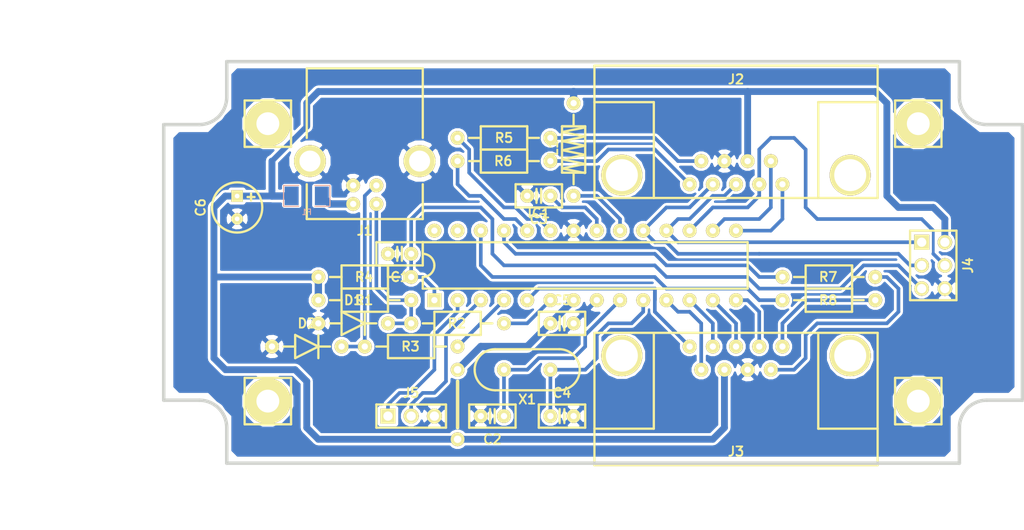
<source format=kicad_pcb>
(kicad_pcb (version 20240108) (generator "pcbnew") (generator_version "8.0")
  (title_block (title "C64 Dual Joystick Adapter USB") (date "2025-01-02") (rev "1") (company "irqmask"))
  (layers (0 "F.Cu" signal "Vorderseite") (31 "B.Cu" signal "Rückseite") (34 "B.Paste" user) (35 "F.Paste" user) (36 "B.SilkS" user "B.Silkscreen") (37 "F.SilkS" user "F.Silkscreen") (38 "B.Mask" user) (39 "F.Mask" user) (44 "Edge.Cuts" user))
  (net 0 "")
  (net 1 "+5V")
  (net 2 "/D+")
  (net 3 "/D-")
  (net 4 "/MISO")
  (net 5 "/MOSI")
  (net 6 "/RESET")
  (net 7 "/SCK")
  (net 8 "/USB+5V")
  (net 9 "/USB_D+")
  (net 10 "/USB_D-")
  (net 11 "/down2")
  (net 12 "/fire1")
  (net 13 "/fire2")
  (net 14 "/left2")
  (net 15 "/potx1")
  (net 16 "/potx2")
  (net 17 "/poty1")
  (net 18 "/poty2")
  (net 19 "/right2")
  (net 20 "/up1")
  (net 21 "/up2")
  (net 22 "GND")
  (net 23 "N-0000011")
  (net 24 "N-0000014")
  (net 25 "N-0000018")
  (net 26 "N-0000020")
  (net 27 "N-0000021")
  (net 28 "N-0000022")
  (net 29 "N-0000027")
  (net 30 "N-0000030")
  (net 31 "N-0000038")
  (net 32 "N-000009")
  (footprint "R400" (layer "F.Cu") (at 128.27 86.36)
    (property "Reference" "R5" (at 5.08 0 0) (layer "F.SilkS") (effects (font (size 1.016 1.016) (thickness 0.2032))))
    (property "Value" "100" (hide yes))
    (pad "1" thru_hole circle (at 0 0) (size 1.524 1.524) (drill 0.6858) (layers "*.Cu" "*.Mask" "F.SilkS") (net 32 "N-000009"))
    (pad "2" thru_hole circle (at 10.16 0) (size 1.524 1.524) (drill 0.6858) (layers "*.Cu" "*.Mask" "F.SilkS") (net 15 "/potx1"))
  )
  (footprint "R400" (layer "F.Cu") (at 113.03 101.6)
    (property "Reference" "R4" (at 5.00126 0 0) (layer "F.SilkS") (effects (font (size 1.016 1.016) (thickness 0.2032))))
    (property "Value" "10k" (hide yes))
    (pad "1" thru_hole circle (at 0 0) (size 1.524 1.524) (drill 0.6858) (layers "*.Cu" "*.Mask" "F.SilkS") (net 1 "+5V"))
    (pad "2" thru_hole circle (at 10.16 0) (size 1.524 1.524) (drill 0.6858) (layers "*.Cu" "*.Mask" "F.SilkS") (net 6 "/RESET"))
  )
  (footprint "R400" (layer "F.Cu") (at 118.11 109.22)
    (property "Reference" "R3" (at 5.00126 0 0) (layer "F.SilkS") (effects (font (size 1.016 1.016) (thickness 0.2032))))
    (property "Value" "68" (hide yes))
    (pad "1" thru_hole circle (at 0 0) (size 1.524 1.524) (drill 0.6858) (layers "*.Cu" "*.Mask" "F.SilkS") (net 9 "/USB_D+"))
    (pad "2" thru_hole circle (at 10.16 0) (size 1.524 1.524) (drill 0.6858) (layers "*.Cu" "*.Mask" "F.SilkS") (net 2 "/D+"))
  )
  (footprint "R400" (layer "F.Cu") (at 123.19 106.68)
    (property "Reference" "R2" (at 5.00126 0 0) (layer "F.SilkS") (effects (font (size 1.016 1.016) (thickness 0.2032))))
    (property "Value" "68" (hide yes))
    (pad "1" thru_hole circle (at 0 0) (size 1.524 1.524) (drill 0.6858) (layers "*.Cu" "*.Mask" "F.SilkS") (net 10 "/USB_D-"))
    (pad "2" thru_hole circle (at 10.16 0) (size 1.524 1.524) (drill 0.6858) (layers "*.Cu" "*.Mask" "F.SilkS") (net 3 "/D-"))
  )
  (footprint "R400" (layer "F.Cu") (at 113.03 104.14)
    (property "Reference" "R1" (at 5.00126 0 0) (layer "F.SilkS") (effects (font (size 1.016 1.016) (thickness 0.2032))))
    (property "Value" "1k5" (hide yes))
    (pad "1" thru_hole circle (at 0 0) (size 1.524 1.524) (drill 0.6858) (layers "*.Cu" "*.Mask" "F.SilkS") (net 1 "+5V"))
    (pad "2" thru_hole circle (at 10.16 0) (size 1.524 1.524) (drill 0.6858) (layers "*.Cu" "*.Mask" "F.SilkS") (net 10 "/USB_D-"))
  )
  (footprint "R400" (layer "F.Cu") (at 163.83 101.6)
    (property "Reference" "R7" (at 5.00126 0 0) (layer "F.SilkS") (effects (font (size 1.016 1.016) (thickness 0.2032))))
    (property "Value" "100" (hide yes))
    (pad "1" thru_hole circle (at 0 0) (size 1.524 1.524) (drill 0.6858) (layers "*.Cu" "*.Mask" "F.SilkS") (net 29 "N-0000027"))
    (pad "2" thru_hole circle (at 10.16 0) (size 1.524 1.524) (drill 0.6858) (layers "*.Cu" "*.Mask" "F.SilkS") (net 16 "/potx2"))
  )
  (footprint "R400" (layer "F.Cu") (at 128.27 88.9)
    (property "Reference" "R6" (at 5.00126 0 0) (layer "F.SilkS") (effects (font (size 1.016 1.016) (thickness 0.2032))))
    (property "Value" "100" (hide yes))
    (pad "1" thru_hole circle (at 0 0) (size 1.524 1.524) (drill 0.6858) (layers "*.Cu" "*.Mask" "F.SilkS") (net 24 "N-0000014"))
    (pad "2" thru_hole circle (at 10.16 0) (size 1.524 1.524) (drill 0.6858) (layers "*.Cu" "*.Mask" "F.SilkS") (net 17 "/poty1"))
  )
  (footprint "HEADER_3x2" (layer "F.Cu") (at 179.07 97.79 -90)
    (property "Reference" "J4" (at 2.54 -5.08 -90) (layer "F.SilkS") (effects (font (size 1.016 1.016) (thickness 0.2032))))
    (property "Value" "CONN_3X2" (hide yes))
    (pad "1" thru_hole rect (at 0 0 270) (size 1.651 1.651) (drill 1.016) (layers "*.Cu" "*.Mask" "F.SilkS") (net 4 "/MISO"))
    (pad "2" thru_hole circle (at 0 -2.54 270) (size 1.6002 1.6002) (drill 1.016) (layers "*.Cu" "*.Mask" "F.SilkS") (net 1 "+5V"))
    (pad "3" thru_hole circle (at 2.54 0 270) (size 1.6002 1.6002) (drill 1.016) (layers "*.Cu" "*.Mask" "F.SilkS") (net 7 "/SCK"))
    (pad "4" thru_hole circle (at 2.54 -2.54 270) (size 1.6002 1.6002) (drill 1.016) (layers "*.Cu" "*.Mask" "F.SilkS") (net 5 "/MOSI"))
    (pad "5" thru_hole circle (at 5.08 0 270) (size 1.6002 1.6002) (drill 1.016) (layers "*.Cu" "*.Mask" "F.SilkS") (net 6 "/RESET"))
    (pad "6" thru_hole circle (at 5.08 -2.54 270) (size 1.6002 1.6002) (drill 1.016) (layers "*.Cu" "*.Mask" "F.SilkS") (net 22 "GND"))
  )
  (footprint "D300" (layer "F.Cu") (at 113.03 106.68)
    (property "Reference" "D1" (at 3.81 -2.54 0) (layer "F.SilkS") (effects (font (size 1.016 1.016) (thickness 0.2032))))
    (property "Value" "3,6V" (hide yes))
    (pad "1" thru_hole circle (at 0 0) (size 1.524 1.524) (drill 0.6858) (layers "*.Cu" "*.Mask" "F.SilkS") (net 22 "GND"))
    (pad "2" thru_hole circle (at 7.62 0) (size 1.524 1.524) (drill 0.6858) (layers "*.Cu" "*.Mask" "F.SilkS") (net 10 "/USB_D-"))
  )
  (footprint "D300" (layer "F.Cu") (at 107.95 109.22)
    (property "Reference" "D2" (at 3.81 -2.54 0) (layer "F.SilkS") (effects (font (size 1.016 1.016) (thickness 0.2032))))
    (property "Value" "3,6V" (hide yes))
    (pad "1" thru_hole circle (at 0 0) (size 1.524 1.524) (drill 0.6858) (layers "*.Cu" "*.Mask" "F.SilkS") (net 22 "GND"))
    (pad "2" thru_hole circle (at 7.62 0) (size 1.524 1.524) (drill 0.6858) (layers "*.Cu" "*.Mask" "F.SilkS") (net 9 "/USB_D+"))
  )
  (footprint "cp_r_2.5_5.5" (layer "F.Cu") (at 104.14 93.98 -90)
    (property "Reference" "C6" (at 0 4.0005 -90) (layer "F.SilkS") (effects (font (size 1.016 1.016) (thickness 0.2032))))
    (property "Value" "10µF" (hide yes))
    (pad "1" thru_hole rect (at -1.24968 0 270) (size 1.27 1.27) (drill 0.508) (layers "*.Cu" "*.Mask" "F.SilkS") (net 1 "+5V"))
    (pad "2" thru_hole circle (at 1.24968 0 270) (size 1.27 1.27) (drill 0.508) (layers "*.Cu" "*.Mask" "F.SilkS") (net 22 "GND"))
  )
  (footprint "C100" (layer "F.Cu") (at 123.19 99.06 180)
    (property "Reference" "C1" (at 1.27 -2.54 180) (layer "F.SilkS") (effects (font (size 1.016 1.016) (thickness 0.2032))))
    (property "Value" "100nF" (hide yes))
    (pad "1" thru_hole circle (at 0 0 180) (size 1.524 1.524) (drill 0.6858) (layers "*.Cu" "*.Mask" "F.SilkS") (net 6 "/RESET"))
    (pad "2" thru_hole circle (at 2.54 0 180) (size 1.524 1.524) (drill 0.6858) (layers "*.Cu" "*.Mask" "F.SilkS") (net 22 "GND"))
  )
  (footprint "C100" (layer "F.Cu") (at 138.43 106.68)
    (property "Reference" "C5" (at 1.27 -2.54 0) (layer "F.SilkS") (effects (font (size 1.016 1.016) (thickness 0.2032))))
    (property "Value" "100nF" (hide yes))
    (pad "1" thru_hole circle (at 0 0) (size 1.524 1.524) (drill 0.6858) (layers "*.Cu" "*.Mask" "F.SilkS") (net 1 "+5V"))
    (pad "2" thru_hole circle (at 2.54 0) (size 1.524 1.524) (drill 0.6858) (layers "*.Cu" "*.Mask" "F.SilkS") (net 22 "GND"))
  )
  (footprint "C100" (layer "F.Cu") (at 138.43 116.84)
    (property "Reference" "C4" (at 1.27 -2.54 0) (layer "F.SilkS") (effects (font (size 1.016 1.016) (thickness 0.2032))))
    (property "Value" "27pF" (hide yes))
    (pad "1" thru_hole circle (at 0 0) (size 1.524 1.524) (drill 0.6858) (layers "*.Cu" "*.Mask" "F.SilkS") (net 26 "N-0000020"))
    (pad "2" thru_hole circle (at 2.54 0) (size 1.524 1.524) (drill 0.6858) (layers "*.Cu" "*.Mask" "F.SilkS") (net 22 "GND"))
  )
  (footprint "C100" (layer "F.Cu") (at 138.43 92.71 180)
    (property "Reference" "C3" (at 1.27 -2.54 180) (layer "F.SilkS") (effects (font (size 1.016 1.016) (thickness 0.2032))))
    (property "Value" "100nF" (hide yes))
    (pad "1" thru_hole circle (at 0 0 180) (size 1.524 1.524) (drill 0.6858) (layers "*.Cu" "*.Mask" "F.SilkS") (net 25 "N-0000018"))
    (pad "2" thru_hole circle (at 2.54 0 180) (size 1.524 1.524) (drill 0.6858) (layers "*.Cu" "*.Mask" "F.SilkS") (net 22 "GND"))
  )
  (footprint "C100" (layer "F.Cu") (at 133.35 116.84 180)
    (property "Reference" "C2" (at 1.27 -2.54 180) (layer "F.SilkS") (effects (font (size 1.016 1.016) (thickness 0.2032))))
    (property "Value" "27pF" (hide yes))
    (pad "1" thru_hole circle (at 0 0 180) (size 1.524 1.524) (drill 0.6858) (layers "*.Cu" "*.Mask" "F.SilkS") (net 30 "N-0000030"))
    (pad "2" thru_hole circle (at 2.54 0 180) (size 1.524 1.524) (drill 0.6858) (layers "*.Cu" "*.Mask" "F.SilkS") (net 22 "GND"))
  )
  (footprint "L400" (layer "F.Cu") (at 140.97 92.71 90)
    (property "Reference" "L1" (at 5.25018 -2.25044 90) (layer "F.SilkS") (effects (font (size 1.016 1.016) (thickness 0.2032))))
    (property "Value" "L" (hide yes))
    (pad "1" thru_hole circle (at 0 0 90) (size 1.524 1.524) (drill 0.6858) (layers "*.Cu" "*.Mask" "F.SilkS") (net 31 "N-0000038"))
    (pad "2" thru_hole circle (at 10.16 0 90) (size 1.524 1.524) (drill 0.6858) (layers "*.Cu" "*.Mask" "F.SilkS") (net 1 "+5V"))
  )
  (footprint "DIP28" (layer "F.Cu") (at 125.73 104.14)
    (property "Reference" "IC1" (at 11.43 -9.525 0) (layer "F.SilkS") (effects (font (size 1.016 1.016) (thickness 0.2032))))
    (property "Value" "ATMEGA8-P" (hide yes))
    (pad "1" thru_hole rect (at 0 0) (size 1.524 1.524) (drill 0.6858) (layers "*.Cu" "*.Mask" "F.SilkS") (net 6 "/RESET"))
    (pad "2" thru_hole circle (at 2.54 0) (size 1.524 1.524) (drill 0.6858) (layers "*.Cu" "*.Mask" "F.SilkS") (net 27 "N-0000021"))
    (pad "3" thru_hole circle (at 5.08 0) (size 1.524 1.524) (drill 0.6858) (layers "*.Cu" "*.Mask" "F.SilkS") (net 28 "N-0000022"))
    (pad "4" thru_hole circle (at 7.62 0) (size 1.524 1.524) (drill 0.6858) (layers "*.Cu" "*.Mask" "F.SilkS") (net 2 "/D+"))
    (pad "5" thru_hole circle (at 10.16 0) (size 1.524 1.524) (drill 0.6858) (layers "*.Cu" "*.Mask" "F.SilkS") (net 21 "/up2"))
    (pad "6" thru_hole circle (at 12.7 0) (size 1.524 1.524) (drill 0.6858) (layers "*.Cu" "*.Mask" "F.SilkS") (net 3 "/D-"))
    (pad "7" thru_hole circle (at 15.24 0) (size 1.524 1.524) (drill 0.6858) (layers "*.Cu" "*.Mask" "F.SilkS") (net 1 "+5V"))
    (pad "8" thru_hole circle (at 17.78 0) (size 1.524 1.524) (drill 0.6858) (layers "*.Cu" "*.Mask" "F.SilkS") (net 22 "GND"))
    (pad "9" thru_hole circle (at 20.32 0) (size 1.524 1.524) (drill 0.6858) (layers "*.Cu" "*.Mask" "F.SilkS") (net 30 "N-0000030"))
    (pad "10" thru_hole circle (at 22.86 0) (size 1.524 1.524) (drill 0.6858) (layers "*.Cu" "*.Mask" "F.SilkS") (net 26 "N-0000020"))
    (pad "11" thru_hole circle (at 25.4 0) (size 1.524 1.524) (drill 0.6858) (layers "*.Cu" "*.Mask" "F.SilkS") (net 13 "/fire2"))
    (pad "12" thru_hole circle (at 27.94 0) (size 1.524 1.524) (drill 0.6858) (layers "*.Cu" "*.Mask" "F.SilkS") (net 11 "/down2"))
    (pad "13" thru_hole circle (at 30.48 0) (size 1.524 1.524) (drill 0.6858) (layers "*.Cu" "*.Mask" "F.SilkS") (net 14 "/left2"))
    (pad "14" thru_hole circle (at 33.02 0) (size 1.524 1.524) (drill 0.6858) (layers "*.Cu" "*.Mask" "F.SilkS") (net 19 "/right2"))
    (pad "15" thru_hole circle (at 33.02 -7.62) (size 1.524 1.524) (drill 0.6858) (layers "*.Cu" "*.Mask" "F.SilkS") (net 20 "/up1"))
    (pad "16" thru_hole circle (at 30.48 -7.62) (size 1.524 1.524) (drill 0.6858) (layers "*.Cu" "*.Mask" "F.SilkS") (net 12 "/fire1"))
    (pad "17" thru_hole circle (at 27.94 -7.62) (size 1.524 1.524) (drill 0.6858) (layers "*.Cu" "*.Mask" "F.SilkS") (net 5 "/MOSI"))
    (pad "18" thru_hole circle (at 25.4 -7.62) (size 1.524 1.524) (drill 0.6858) (layers "*.Cu" "*.Mask" "F.SilkS") (net 4 "/MISO"))
    (pad "19" thru_hole circle (at 22.86 -7.62) (size 1.524 1.524) (drill 0.6858) (layers "*.Cu" "*.Mask" "F.SilkS") (net 7 "/SCK"))
    (pad "20" thru_hole circle (at 20.32 -7.62) (size 1.524 1.524) (drill 0.6858) (layers "*.Cu" "*.Mask" "F.SilkS") (net 31 "N-0000038"))
    (pad "21" thru_hole circle (at 17.78 -7.62) (size 1.524 1.524) (drill 0.6858) (layers "*.Cu" "*.Mask" "F.SilkS") (net 25 "N-0000018"))
    (pad "22" thru_hole circle (at 15.24 -7.62) (size 1.524 1.524) (drill 0.6858) (layers "*.Cu" "*.Mask" "F.SilkS") (net 22 "GND"))
    (pad "23" thru_hole circle (at 12.7 -7.62) (size 1.524 1.524) (drill 0.6858) (layers "*.Cu" "*.Mask" "F.SilkS") (net 32 "N-000009"))
    (pad "24" thru_hole circle (at 10.16 -7.62) (size 1.524 1.524) (drill 0.6858) (layers "*.Cu" "*.Mask" "F.SilkS") (net 24 "N-0000014"))
    (pad "25" thru_hole circle (at 7.62 -7.62) (size 1.524 1.524) (drill 0.6858) (layers "*.Cu" "*.Mask" "F.SilkS") (net 29 "N-0000027"))
    (pad "26" thru_hole circle (at 5.08 -7.62) (size 1.524 1.524) (drill 0.6858) (layers "*.Cu" "*.Mask" "F.SilkS") (net 23 "N-0000011"))
    (pad "27" thru_hole circle (at 2.54 -7.62) (size 1.524 1.524) (drill 0.6858) (layers "*.Cu" "*.Mask" "F.SilkS"))
    (pad "28" thru_hole circle (at 0 -7.62) (size 1.524 1.524) (drill 0.6858) (layers "*.Cu" "*.Mask" "F.SilkS"))
  )
  (footprint "USB_B" (layer "F.Cu") (at 118.11 88.9 180)
    (property "Reference" "J1" (at 0 -7.62 180) (layer "F.SilkS") (effects (font (size 1.016 1.016) (thickness 0.2032))))
    (property "Value" "CONN_5X1" (hide yes))
    (pad "1" thru_hole circle (at 1.27 -4.699 180) (size 1.524 1.524) (drill 0.6858) (layers "*.Cu" "*.Mask" "F.SilkS") (net 8 "/USB+5V"))
    (pad "2" thru_hole circle (at -1.27 -4.699 180) (size 1.524 1.524) (drill 0.6858) (layers "*.Cu" "*.Mask" "F.SilkS") (net 10 "/USB_D-"))
    (pad "3" thru_hole circle (at -1.27 -2.667 180) (size 1.524 1.524) (drill 0.6858) (layers "*.Cu" "*.Mask" "F.SilkS") (net 9 "/USB_D+"))
    (pad "4" thru_hole circle (at 1.27 -2.667 180) (size 1.524 1.524) (drill 0.6858) (layers "*.Cu" "*.Mask" "F.SilkS") (net 22 "GND"))
    (pad "5" thru_hole circle (at -5.99948 0 180) (size 3.50012 3.50012) (drill 2.30124) (layers "*.Cu" "*.Mask" "F.SilkS") (net 22 "GND"))
    (pad "5" thru_hole circle (at 5.99948 0 180) (size 3.50012 3.50012) (drill 2.30124) (layers "*.Cu" "*.Mask" "F.SilkS") (net 22 "GND"))
  )
  (footprint "SUBD_9_MALE" (layer "F.Cu") (at 158.75 91.44 180)
    (property "Reference" "J2" (at 0 11.50112 180) (layer "F.SilkS") (effects (font (size 1.016 1.016) (thickness 0.2032))))
    (property "Value" "SUB-D_9" (hide yes))
    (pad "1" thru_hole circle (at -5.08 0 180) (size 1.524 1.524) (drill 0.6858) (layers "*.Cu" "*.Mask" "F.SilkS") (net 20 "/up1"))
    (pad "2" thru_hole circle (at -2.54 0 180) (size 1.524 1.524) (drill 0.6858) (layers "*.Cu" "*.Mask" "F.SilkS") (net 5 "/MOSI"))
    (pad "3" thru_hole circle (at 0 0 180) (size 1.524 1.524) (drill 0.6858) (layers "*.Cu" "*.Mask" "F.SilkS") (net 4 "/MISO"))
    (pad "4" thru_hole circle (at 2.54 0 180) (size 1.524 1.524) (drill 0.6858) (layers "*.Cu" "*.Mask" "F.SilkS") (net 7 "/SCK"))
    (pad "5" thru_hole circle (at 5.08 0 180) (size 1.524 1.524) (drill 0.6858) (layers "*.Cu" "*.Mask" "F.SilkS") (net 17 "/poty1"))
    (pad "6" thru_hole circle (at -3.81 2.54 180) (size 1.524 1.524) (drill 0.6858) (layers "*.Cu" "*.Mask" "F.SilkS") (net 12 "/fire1"))
    (pad "7" thru_hole circle (at -1.27 2.54 180) (size 1.524 1.524) (drill 0.6858) (layers "*.Cu" "*.Mask" "F.SilkS") (net 1 "+5V"))
    (pad "8" thru_hole circle (at 1.27 2.54 180) (size 1.524 1.524) (drill 0.6858) (layers "*.Cu" "*.Mask" "F.SilkS") (net 22 "GND"))
    (pad "9" thru_hole circle (at 3.81 2.54 180) (size 1.524 1.524) (drill 0.6858) (layers "*.Cu" "*.Mask" "F.SilkS") (net 15 "/potx1"))
    (pad "10" thru_hole circle (at -12.49934 1.00076 180) (size 4.50088 4.50088) (drill 3.50012) (layers "*.Cu" "*.Mask" "F.SilkS"))
    (pad "10" thru_hole circle (at 12.49934 1.00076 180) (size 4.50088 4.50088) (drill 3.50012) (layers "*.Cu" "*.Mask" "F.SilkS"))
  )
  (footprint "SUBD_9_MALE" (layer "F.Cu") (at 158.75 109.22)
    (property "Reference" "J3" (at 0 11.50112 0) (layer "F.SilkS") (effects (font (size 1.016 1.016) (thickness 0.2032))))
    (property "Value" "SUB-D_9" (hide yes))
    (pad "1" thru_hole circle (at -5.08 0) (size 1.524 1.524) (drill 0.6858) (layers "*.Cu" "*.Mask" "F.SilkS") (net 21 "/up2"))
    (pad "2" thru_hole circle (at -2.54 0) (size 1.524 1.524) (drill 0.6858) (layers "*.Cu" "*.Mask" "F.SilkS") (net 11 "/down2"))
    (pad "3" thru_hole circle (at 0 0) (size 1.524 1.524) (drill 0.6858) (layers "*.Cu" "*.Mask" "F.SilkS") (net 14 "/left2"))
    (pad "4" thru_hole circle (at 2.54 0) (size 1.524 1.524) (drill 0.6858) (layers "*.Cu" "*.Mask" "F.SilkS") (net 19 "/right2"))
    (pad "5" thru_hole circle (at 5.08 0) (size 1.524 1.524) (drill 0.6858) (layers "*.Cu" "*.Mask" "F.SilkS") (net 18 "/poty2"))
    (pad "6" thru_hole circle (at -3.81 2.54) (size 1.524 1.524) (drill 0.6858) (layers "*.Cu" "*.Mask" "F.SilkS") (net 13 "/fire2"))
    (pad "7" thru_hole circle (at -1.27 2.54) (size 1.524 1.524) (drill 0.6858) (layers "*.Cu" "*.Mask" "F.SilkS") (net 1 "+5V"))
    (pad "8" thru_hole circle (at 1.27 2.54) (size 1.524 1.524) (drill 0.6858) (layers "*.Cu" "*.Mask" "F.SilkS") (net 22 "GND"))
    (pad "9" thru_hole circle (at 3.81 2.54) (size 1.524 1.524) (drill 0.6858) (layers "*.Cu" "*.Mask" "F.SilkS") (net 16 "/potx2"))
    (pad "10" thru_hole circle (at -12.49934 1.00076) (size 4.50088 4.50088) (drill 3.50012) (layers "*.Cu" "*.Mask" "F.SilkS"))
    (pad "10" thru_hole circle (at 12.49934 1.00076) (size 4.50088 4.50088) (drill 3.50012) (layers "*.Cu" "*.Mask" "F.SilkS"))
  )
  (footprint "HC49" (layer "F.Cu") (at 135.89 111.76 180)
    (property "Reference" "X1" (at 0 -3.2512 180) (layer "F.SilkS") (effects (font (size 1.016 1.016) (thickness 0.2032))))
    (property "Value" "12MHz" (hide yes))
    (pad "1" thru_hole circle (at -2.54 0 180) (size 1.524 1.524) (drill 0.6858) (layers "*.Cu" "*.Mask" "F.SilkS") (net 26 "N-0000020"))
    (pad "2" thru_hole circle (at 2.54 0 180) (size 1.524 1.524) (drill 0.6858) (layers "*.Cu" "*.Mask" "F.SilkS") (net 30 "N-0000030"))
  )
  (footprint "HOLE_2.5mm" (layer "F.Cu") (at 107.50042 84.80044)
    (property "Reference" "H3" (hide yes))
    (property "Value" "HOLE" (hide yes))
    (pad "2" thru_hole circle (at 0 0) (size 5.00126 5.00126) (drill 2.49936) (layers "*.Cu" "*.Mask" "F.SilkS"))
  )
  (footprint "HOLE_2.5mm" (layer "F.Cu") (at 178.69916 84.80044)
    (property "Reference" "H4" (hide yes))
    (property "Value" "HOLE" (hide yes))
    (pad "2" thru_hole circle (at 0 0) (size 5.00126 5.00126) (drill 2.49936) (layers "*.Cu" "*.Mask" "F.SilkS"))
  )
  (footprint "HOLE_2.5mm" (layer "F.Cu") (at 178.69916 115.19916)
    (property "Reference" "H1" (hide yes))
    (property "Value" "HOLE" (hide yes))
    (pad "2" thru_hole circle (at 0 0) (size 5.00126 5.00126) (drill 2.49936) (layers "*.Cu" "*.Mask" "F.SilkS"))
  )
  (footprint "HOLE_2.5mm" (layer "F.Cu") (at 107.50042 115.19916)
    (property "Reference" "H2" (hide yes))
    (property "Value" "HOLE" (hide yes))
    (pad "2" thru_hole circle (at 0 0) (size 5.00126 5.00126) (drill 2.49936) (layers "*.Cu" "*.Mask" "F.SilkS"))
  )
  (footprint "HEADER_3x1" (layer "F.Cu") (at 120.65 116.84)
    (property "Reference" "J5" (at 2.54 -2.54 0) (layer "F.SilkS") (effects (font (size 1.016 1.016) (thickness 0.2032))))
    (property "Value" "CONN_3X1" (hide yes))
    (pad "1" thru_hole rect (at 0 0) (size 1.651 1.651) (drill 1.016) (layers "*.Cu" "*.Mask" "F.SilkS") (net 27 "N-0000021"))
    (pad "2" thru_hole circle (at 2.54 0) (size 1.651 1.651) (drill 1.016) (layers "*.Cu" "*.Mask" "F.SilkS") (net 28 "N-0000022"))
    (pad "3" thru_hole circle (at 5.08 0) (size 1.651 1.651) (drill 1.016) (layers "*.Cu" "*.Mask" "F.SilkS") (net 22 "GND"))
  )
  (footprint "R400" (layer "F.Cu") (at 163.83 104.14)
    (property "Reference" "R8" (at 5.00126 0 0) (layer "F.SilkS") (effects (font (size 1.016 1.016) (thickness 0.2032))))
    (property "Value" "100" (hide yes))
    (pad "1" thru_hole circle (at 0 0) (size 1.524 1.524) (drill 0.6858) (layers "*.Cu" "*.Mask" "F.SilkS") (net 23 "N-0000011"))
    (pad "2" thru_hole circle (at 10.16 0) (size 1.524 1.524) (drill 0.6858) (layers "*.Cu" "*.Mask" "F.SilkS") (net 18 "/poty2"))
  )
  (footprint "WIRE300" (layer "F.Cu") (at 128.27 115.57 90)
    (property "Reference" "WIRE300" (hide yes))
    (property "Value" "VAL**" (hide yes))
    (pad "1" thru_hole circle (at -3.81 0 90) (size 1.524 1.524) (drill 0.8128) (layers "*.Cu" "*.Mask" "F.SilkS") (net 1 "+5V"))
    (pad "1" thru_hole circle (at 3.81 0 90) (size 1.524 1.524) (drill 0.8128) (layers "*.Cu" "*.Mask" "F.SilkS") (net 1 "+5V"))
  )
  (footprint "SM1206" (layer "B.Cu") (at 111.76 92.71)
    (property "Reference" "F1" (at 0 1.778 0) (layer "B.SilkS") (effects (font (size 0.6096 0.6096) (thickness 0.1016)) (justify mirror)))
    (property "Value" "FUSE" (hide yes))
    (pad "1" smd rect (at -1.651 0) (size 1.524 2.032) (layers "B.Cu" "B.Paste" "B.Mask") (net 1 "+5V"))
    (pad "2" smd rect (at 1.651 0) (size 1.524 2.032) (layers "B.Cu" "B.Paste" "B.Mask") (net 8 "/USB+5V"))
  )
  (gr_line (start 102.99954 78.00086) (end 102.99954 78.09992) (stroke (width 0.381)) (layer "Edge.Cuts"))
  (gr_line (start 183.20004 78.00086) (end 102.99954 78.00086) (stroke (width 0.381)) (layer "Edge.Cuts"))
  (gr_arc (start 183.20004 118.09984) (mid 184.078644 115.978704) (end 186.19978 115.1001) (stroke (width 0.381)) (layer "Edge.Cuts"))
  (gr_line (start 190.09868 115.1001) (end 190.09868 84.8995) (stroke (width 0.381)) (layer "Edge.Cuts"))
  (gr_line (start 186.19978 115.1001) (end 190.09868 115.1001) (stroke (width 0.381)) (layer "Edge.Cuts"))
  (gr_line (start 183.20004 118.09984) (end 183.20004 121.99874) (stroke (width 0.381)) (layer "Edge.Cuts"))
  (gr_line (start 99.9998 115.1001) (end 96.1009 115.1001) (stroke (width 0.381)) (layer "Edge.Cuts"))
  (gr_line (start 102.99954 121.99874) (end 183.20004 121.99874) (stroke (width 0.381)) (layer "Edge.Cuts"))
  (gr_line (start 102.99954 81.89976) (end 102.99954 78.00086) (stroke (width 0.381)) (layer "Edge.Cuts"))
  (gr_arc (start 99.9998 115.1001) (mid 102.120936 115.978704) (end 102.99954 118.09984) (stroke (width 0.381)) (layer "Edge.Cuts"))
  (gr_arc (start 102.99954 81.89976) (mid 102.120936 84.020896) (end 99.9998 84.8995) (stroke (width 0.381)) (layer "Edge.Cuts"))
  (gr_arc (start 186.19978 84.8995) (mid 184.078644 84.020896) (end 183.20004 81.89976) (stroke (width 0.381)) (layer "Edge.Cuts"))
  (gr_line (start 186.19978 84.8995) (end 190.09868 84.8995) (stroke (width 0.381)) (layer "Edge.Cuts"))
  (gr_line (start 102.99954 118.09984) (end 102.99954 121.99874) (stroke (width 0.381)) (layer "Edge.Cuts"))
  (gr_line (start 99.9998 84.8995) (end 96.1009 84.8995) (stroke (width 0.381)) (layer "Edge.Cuts"))
  (gr_line (start 96.1009 84.8995) (end 96.1009 115.1001) (stroke (width 0.381)) (layer "Edge.Cuts"))
  (gr_line (start 183.20004 81.89976) (end 183.20004 78.00086) (stroke (width 0.381)) (layer "Edge.Cuts"))
  (segment (start 110.08868 92.73032) (end 110.109 92.71) (width 0.8) (layer "B.Cu") (net 1))
  (segment (start 160.02 81.28) (end 160.02 88.9) (width 0.75) (layer "B.Cu") (net 1))
  (segment (start 173.99 81.28) (end 175.26 82.55) (width 0.75) (layer "B.Cu") (net 1))
  (segment (start 175.26 82.55) (end 175.26 92.71) (width 0.75) (layer "B.Cu") (net 1))
  (segment (start 175.26 92.71) (end 176.53 93.98) (width 0.75) (layer "B.Cu") (net 1))
  (segment (start 176.53 93.98) (end 180.34 93.98) (width 0.75) (layer "B.Cu") (net 1))
  (segment (start 180.34 93.98) (end 181.61 95.25) (width 0.75) (layer "B.Cu") (net 1))
  (segment (start 181.61 95.25) (end 181.61 97.79) (width 0.75) (layer "B.Cu") (net 1))
  (segment (start 102.84968 92.73032) (end 101.6 93.98) (width 0.75) (layer "B.Cu") (net 1))
  (segment (start 101.6 93.98) (end 101.6 101.6) (width 0.75) (layer "B.Cu") (net 1))
  (segment (start 130.81 109.22) (end 135.89 109.22) (width 0.8) (layer "B.Cu") (net 1))
  (segment (start 135.89 109.22) (end 138.43 106.68) (width 0.8) (layer "B.Cu") (net 1))
  (segment (start 156.21 119.38) (end 157.48 118.11) (width 0.75) (layer "B.Cu") (net 1))
  (segment (start 157.48 118.11) (end 157.48 111.76) (width 0.75) (layer "B.Cu") (net 1))
  (segment (start 113.03 119.38) (end 111.76 118.11) (width 0.75) (layer "B.Cu") (net 1))
  (segment (start 111.76 118.11) (end 111.76 113.03) (width 0.75) (layer "B.Cu") (net 1))
  (segment (start 111.76 113.03) (end 110.49 111.76) (width 0.75) (layer "B.Cu") (net 1))
  (segment (start 110.49 111.76) (end 102.87 111.76) (width 0.75) (layer "B.Cu") (net 1))
  (segment (start 102.87 111.76) (end 101.6 110.49) (width 0.75) (layer "B.Cu") (net 1))
  (segment (start 101.6 110.49) (end 101.6 101.6) (width 0.75) (layer "B.Cu") (net 1))
  (segment (start 113.03 81.28) (end 111.76 82.55) (width 0.75) (layer "B.Cu") (net 1))
  (segment (start 111.76 82.55) (end 111.76 85.09) (width 0.75) (layer "B.Cu") (net 1))
  (segment (start 111.76 85.09) (end 107.95 88.9) (width 0.6) (layer "B.Cu") (net 1))
  (segment (start 107.95 88.9) (end 107.95 92.73032) (width 0.75) (layer "B.Cu") (net 1))
  (segment (start 107.95 92.73032) (end 110.08868 92.73032) (width 0.8) (layer "B.Cu") (net 1))
  (segment (start 104.14 92.73032) (end 107.95 92.73032) (width 0.75) (layer "B.Cu") (net 1))
  (segment (start 140.97 81.28) (end 160.02 81.28) (width 0.75) (layer "B.Cu") (net 1))
  (segment (start 140.97 82.55) (end 140.97 81.28) (width 0.8) (layer "B.Cu") (net 1))
  (segment (start 104.14 92.73032) (end 102.84968 92.73032) (width 0.75) (layer "B.Cu") (net 1))
  (segment (start 138.43 106.68) (end 140.97 104.14) (width 0.8) (layer "B.Cu") (net 1))
  (segment (start 113.03 101.6) (end 101.6 101.6) (width 0.75) (layer "B.Cu") (net 1))
  (segment (start 113.03 104.14) (end 113.03 101.6) (width 0.8) (layer "B.Cu") (net 1))
  (segment (start 140.97 81.28) (end 113.03 81.28) (width 0.75) (layer "B.Cu") (net 1))
  (segment (start 128.27 111.76) (end 130.81 109.22) (width 0.8) (layer "B.Cu") (net 1))
  (segment (start 160.02 81.28) (end 173.99 81.28) (width 0.75) (layer "B.Cu") (net 1))
  (segment (start 128.27 119.38) (end 113.03 119.38) (width 0.75) (layer "B.Cu") (net 1))
  (segment (start 128.27 119.38) (end 156.21 119.38) (width 0.75) (layer "B.Cu") (net 1))
  (segment (start 128.27 109.22) (end 133.35 104.14) (width 0.4) (layer "B.Cu") (net 2))
  (segment (start 135.89 106.68) (end 133.35 106.68) (width 0.4) (layer "B.Cu") (net 3))
  (segment (start 138.43 104.14) (end 135.89 106.68) (width 0.4) (layer "B.Cu") (net 3))
  (segment (start 157.48 92.71) (end 156.21 92.71) (width 0.4) (layer "B.Cu") (net 4))
  (segment (start 156.21 92.71) (end 153.67 95.25) (width 0.4) (layer "B.Cu") (net 4))
  (segment (start 153.67 95.25) (end 152.4 95.25) (width 0.4) (layer "B.Cu") (net 4))
  (segment (start 152.4 95.25) (end 151.13 96.52) (width 0.4) (layer "B.Cu") (net 4))
  (segment (start 152.4 97.79) (end 179.07 97.79) (width 0.4) (layer "B.Cu") (net 4))
  (segment (start 151.13 96.52) (end 152.4 97.79) (width 0.4) (layer "B.Cu") (net 4))
  (segment (start 158.75 91.44) (end 157.48 92.71) (width 0.4) (layer "B.Cu") (net 4))
  (segment (start 154.94 95.25) (end 156.21 93.98) (width 0.4) (layer "B.Cu") (net 5))
  (segment (start 156.21 93.98) (end 160.02 93.98) (width 0.4) (layer "B.Cu") (net 5))
  (segment (start 160.02 93.98) (end 161.29 92.71) (width 0.4) (layer "B.Cu") (net 5))
  (segment (start 161.29 92.71) (end 161.29 91.44) (width 0.4) (layer "B.Cu") (net 5))
  (segment (start 180.34 99.06) (end 180.34 96.52) (width 0.3) (layer "B.Cu") (net 5))
  (segment (start 179.07 95.25) (end 167.64 95.25) (width 0.4) (layer "B.Cu") (net 5))
  (segment (start 167.64 95.25) (end 166.37 93.98) (width 0.4) (layer "B.Cu") (net 5))
  (segment (start 166.37 93.98) (end 166.37 87.63) (width 0.4) (layer "B.Cu") (net 5))
  (segment (start 166.37 87.63) (end 165.1 86.36) (width 0.4) (layer "B.Cu") (net 5))
  (segment (start 165.1 86.36) (end 162.56 86.36) (width 0.4) (layer "B.Cu") (net 5))
  (segment (start 162.56 86.36) (end 161.29 87.63) (width 0.4) (layer "B.Cu") (net 5))
  (segment (start 161.29 87.63) (end 161.29 91.44) (width 0.4) (layer "B.Cu") (net 5))
  (segment (start 181.61 100.33) (end 180.34 99.06) (width 0.4) (layer "B.Cu") (net 5))
  (segment (start 180.34 96.52) (end 179.07 95.25) (width 0.4) (layer "B.Cu") (net 5))
  (segment (start 153.67 96.52) (end 154.94 95.25) (width 0.4) (layer "B.Cu") (net 5))
  (segment (start 124.46 101.6) (end 125.73 102.87) (width 0.4) (layer "B.Cu") (net 6))
  (segment (start 125.73 102.87) (end 125.73 104.14) (width 0.4) (layer "B.Cu") (net 6))
  (segment (start 123.19 95.25) (end 124.46 93.98) (width 0.4) (layer "B.Cu") (net 6))
  (segment (start 124.46 93.98) (end 130.81 93.98) (width 0.4) (layer "B.Cu") (net 6))
  (segment (start 130.81 93.98) (end 132.08 95.25) (width 0.4) (layer "B.Cu") (net 6))
  (segment (start 132.08 95.25) (end 132.08 99.06) (width 0.4) (layer "B.Cu") (net 6))
  (segment (start 132.08 99.06) (end 133.35 100.33) (width 0.4) (layer "B.Cu") (net 6))
  (segment (start 133.35 100.33) (end 149.86 100.33) (width 0.4) (layer "B.Cu") (net 6))
  (segment (start 149.86 100.33) (end 151.13 101.6) (width 0.4) (layer "B.Cu") (net 6))
  (segment (start 151.13 101.6) (end 160.02 101.6) (width 0.4) (layer "B.Cu") (net 6))
  (segment (start 160.02 101.6) (end 161.29 102.87) (width 0.4) (layer "B.Cu") (net 6))
  (segment (start 161.29 102.87) (end 168.91 102.87) (width 0.4) (layer "B.Cu") (net 6))
  (segment (start 170.18 102.87) (end 172.72 100.33) (width 0.4) (layer "B.Cu") (net 6))
  (segment (start 176.53 100.33) (end 177.8 101.6) (width 0.4) (layer "B.Cu") (net 6))
  (segment (start 168.91 102.87) (end 170.18 102.87) (width 0.4) (layer "B.Cu") (net 6))
  (segment (start 177.8 101.6) (end 179.07 102.87) (width 0.4) (layer "B.Cu") (net 6))
  (segment (start 172.72 100.33) (end 176.53 100.33) (width 0.4) (layer "B.Cu") (net 6))
  (segment (start 123.19 101.6) (end 124.46 101.6) (width 0.4) (layer "B.Cu") (net 6))
  (segment (start 123.19 101.6) (end 123.19 99.06) (width 0.4) (layer "B.Cu") (net 6))
  (segment (start 123.19 99.06) (end 123.19 95.25) (width 0.4) (layer "B.Cu") (net 6))
  (segment (start 151.13 93.98) (end 153.67 93.98) (width 0.4) (layer "B.Cu") (net 7))
  (segment (start 153.67 93.98) (end 156.21 91.44) (width 0.4) (layer "B.Cu") (net 7))
  (segment (start 149.86 97.79) (end 151.13 97.79) (width 0.4) (layer "B.Cu") (net 7))
  (segment (start 151.13 97.79) (end 152.4 99.06) (width 0.4) (layer "B.Cu") (net 7))
  (segment (start 152.4 99.06) (end 161.29 99.06) (width 0.4) (layer "B.Cu") (net 7))
  (segment (start 176.53 99.06) (end 177.8 100.33) (width 0.4) (layer "B.Cu") (net 7))
  (segment (start 177.8 100.33) (end 179.07 100.33) (width 0.4) (layer "B.Cu") (net 7))
  (segment (start 161.29 99.06) (end 176.53 99.06) (width 0.4) (layer "B.Cu") (net 7))
  (segment (start 148.59 96.52) (end 149.86 97.79) (width 0.4) (layer "B.Cu") (net 7))
  (segment (start 148.59 96.52) (end 151.13 93.98) (width 0.4) (layer "B.Cu") (net 7))
  (segment (start 114.3 93.599) (end 113.411 92.71) (width 0.8) (layer "B.Cu") (net 8))
  (segment (start 116.84 93.599) (end 114.3 93.599) (width 0.8) (layer "B.Cu") (net 8))
  (segment (start 119.253 91.567) (end 118.11 92.71) (width 0.4) (layer "B.Cu") (net 9))
  (segment (start 118.11 92.71) (end 118.11 109.22) (width 0.4) (layer "B.Cu") (net 9))
  (segment (start 115.57 109.22) (end 118.11 109.22) (width 0.4) (layer "B.Cu") (net 9))
  (segment (start 119.38 91.567) (end 119.253 91.567) (width 0.4) (layer "B.Cu") (net 9))
  (segment (start 119.38 102.87) (end 120.65 104.14) (width 0.4) (layer "B.Cu") (net 10))
  (segment (start 120.65 104.14) (end 123.19 104.14) (width 0.4) (layer "B.Cu") (net 10))
  (segment (start 119.38 93.599) (end 119.38 102.87) (width 0.4) (layer "B.Cu") (net 10))
  (segment (start 123.19 106.68) (end 123.19 104.14) (width 0.4) (layer "B.Cu") (net 10))
  (segment (start 120.65 106.68) (end 123.19 106.68) (width 0.4) (layer "B.Cu") (net 10))
  (segment (start 156.21 106.68) (end 154.94 105.41) (width 0.4) (layer "B.Cu") (net 11))
  (segment (start 154.94 105.41) (end 153.67 104.14) (width 0.4) (layer "B.Cu") (net 11))
  (segment (start 156.21 109.22) (end 156.21 106.68) (width 0.4) (layer "B.Cu") (net 11))
  (segment (start 157.48 95.25) (end 161.29 95.25) (width 0.4) (layer "B.Cu") (net 12))
  (segment (start 161.29 95.25) (end 162.56 93.98) (width 0.4) (layer "B.Cu") (net 12))
  (segment (start 162.56 93.98) (end 162.56 88.9) (width 0.4) (layer "B.Cu") (net 12))
  (segment (start 156.21 96.52) (end 157.48 95.25) (width 0.4) (layer "B.Cu") (net 12))
  (segment (start 152.4 105.41) (end 153.67 105.41) (width 0.4) (layer "B.Cu") (net 13))
  (segment (start 153.67 105.41) (end 154.94 106.68) (width 0.4) (layer "B.Cu") (net 13))
  (segment (start 154.94 106.68) (end 154.94 111.76) (width 0.4) (layer "B.Cu") (net 13))
  (segment (start 151.13 104.14) (end 152.4 105.41) (width 0.4) (layer "B.Cu") (net 13))
  (segment (start 157.48 105.41) (end 158.75 106.68) (width 0.4) (layer "B.Cu") (net 14))
  (segment (start 158.75 106.68) (end 158.75 109.22) (width 0.4) (layer "B.Cu") (net 14))
  (segment (start 156.21 104.14) (end 157.48 105.41) (width 0.4) (layer "B.Cu") (net 14))
  (segment (start 152.4 88.9) (end 149.86 86.36) (width 0.4) (layer "B.Cu") (net 15))
  (segment (start 149.86 86.36) (end 138.43 86.36) (width 0.4) (layer "B.Cu") (net 15))
  (segment (start 154.94 88.9) (end 152.4 88.9) (width 0.4) (layer "B.Cu") (net 15))
  (segment (start 175.26 101.6) (end 176.53 102.87) (width 0.4) (layer "B.Cu") (net 16))
  (segment (start 176.53 102.87) (end 176.53 105.41) (width 0.4) (layer "B.Cu") (net 16))
  (segment (start 176.53 105.41) (end 175.26 106.68) (width 0.4) (layer "B.Cu") (net 16))
  (segment (start 175.26 106.68) (end 167.64 106.68) (width 0.4) (layer "B.Cu") (net 16))
  (segment (start 167.64 106.68) (end 166.37 107.95) (width 0.4) (layer "B.Cu") (net 16))
  (segment (start 166.37 107.95) (end 166.37 110.49) (width 0.4) (layer "B.Cu") (net 16))
  (segment (start 166.37 110.49) (end 165.1 111.76) (width 0.4) (layer "B.Cu") (net 16))
  (segment (start 165.1 111.76) (end 162.56 111.76) (width 0.4) (layer "B.Cu") (net 16))
  (segment (start 173.99 101.6) (end 175.26 101.6) (width 0.4) (layer "B.Cu") (net 16))
  (segment (start 143.51 88.9) (end 144.78 87.63) (width 0.4) (layer "B.Cu") (net 17))
  (segment (start 144.78 87.63) (end 149.86 87.63) (width 0.4) (layer "B.Cu") (net 17))
  (segment (start 149.86 87.63) (end 153.67 91.44) (width 0.4) (layer "B.Cu") (net 17))
  (segment (start 138.43 88.9) (end 143.51 88.9) (width 0.4) (layer "B.Cu") (net 17))
  (segment (start 163.83 106.68) (end 166.37 104.14) (width 0.4) (layer "B.Cu") (net 18))
  (segment (start 166.37 104.14) (end 173.99 104.14) (width 0.4) (layer "B.Cu") (net 18))
  (segment (start 163.83 109.22) (end 163.83 106.68) (width 0.4) (layer "B.Cu") (net 18))
  (segment (start 160.02 104.14) (end 161.29 105.41) (width 0.4) (layer "B.Cu") (net 19))
  (segment (start 161.29 105.41) (end 161.29 109.22) (width 0.4) (layer "B.Cu") (net 19))
  (segment (start 158.75 104.14) (end 160.02 104.14) (width 0.4) (layer "B.Cu") (net 19))
  (segment (start 162.56 96.52) (end 163.83 95.25) (width 0.4) (layer "B.Cu") (net 20))
  (segment (start 163.83 95.25) (end 163.83 91.44) (width 0.4) (layer "B.Cu") (net 20))
  (segment (start 158.75 96.52) (end 162.56 96.52) (width 0.4) (layer "B.Cu") (net 20))
  (segment (start 149.86 105.41) (end 149.86 102.87) (width 0.4) (layer "B.Cu") (net 21))
  (segment (start 149.86 102.87) (end 149.86 104.14) (width 0.4) (layer "B.Cu") (net 21))
  (segment (start 149.86 104.14) (end 149.86 102.87) (width 0.4) (layer "B.Cu") (net 21))
  (segment (start 149.86 102.87) (end 137.16 102.87) (width 0.4) (layer "B.Cu") (net 21))
  (segment (start 137.16 102.87) (end 135.89 104.14) (width 0.4) (layer "B.Cu") (net 21))
  (segment (start 153.67 109.22) (end 149.86 105.41) (width 0.4) (layer "B.Cu") (net 21))
  (segment (start 161.29 104.14) (end 160.02 102.87) (width 0.4) (layer "B.Cu") (net 23))
  (segment (start 160.02 102.87) (end 151.13 102.87) (width 0.4) (layer "B.Cu") (net 23))
  (segment (start 151.13 102.87) (end 149.86 101.6) (width 0.4) (layer "B.Cu") (net 23))
  (segment (start 149.86 101.6) (end 132.08 101.6) (width 0.4) (layer "B.Cu") (net 23))
  (segment (start 132.08 101.6) (end 130.81 100.33) (width 0.4) (layer "B.Cu") (net 23))
  (segment (start 130.81 100.33) (end 130.81 96.52) (width 0.4) (layer "B.Cu") (net 23))
  (segment (start 163.83 104.14) (end 161.29 104.14) (width 0.4) (layer "B.Cu") (net 23))
  (segment (start 134.62 95.25) (end 133.35 95.25) (width 0.4) (layer "B.Cu") (net 24))
  (segment (start 133.35 95.25) (end 130.81 92.71) (width 0.4) (layer "B.Cu") (net 24))
  (segment (start 130.81 92.71) (end 129.54 92.71) (width 0.4) (layer "B.Cu") (net 24))
  (segment (start 129.54 92.71) (end 128.27 91.44) (width 0.4) (layer "B.Cu") (net 24))
  (segment (start 128.27 91.44) (end 128.27 88.9) (width 0.4) (layer "B.Cu") (net 24))
  (segment (start 135.89 96.52) (end 134.62 95.25) (width 0.4) (layer "B.Cu") (net 24))
  (segment (start 143.51 95.25) (end 142.24 93.98) (width 0.4) (layer "B.Cu") (net 25))
  (segment (start 142.24 93.98) (end 139.7 93.98) (width 0.4) (layer "B.Cu") (net 25))
  (segment (start 139.7 93.98) (end 138.43 92.71) (width 0.4) (layer "B.Cu") (net 25))
  (segment (start 143.51 96.52) (end 143.51 95.25) (width 0.4) (layer "B.Cu") (net 25))
  (segment (start 142.24 111.76) (end 143.51 110.49) (width 0.4) (layer "B.Cu") (net 26))
  (segment (start 143.51 110.49) (end 143.51 107.95) (width 0.4) (layer "B.Cu") (net 26))
  (segment (start 143.51 107.95) (end 144.78 106.68) (width 0.4) (layer "B.Cu") (net 26))
  (segment (start 144.78 106.68) (end 147.32 106.68) (width 0.4) (layer "B.Cu") (net 26))
  (segment (start 147.32 106.68) (end 148.59 105.41) (width 0.4) (layer "B.Cu") (net 26))
  (segment (start 148.59 105.41) (end 148.59 104.14) (width 0.4) (layer "B.Cu") (net 26))
  (segment (start 138.43 111.76) (end 142.24 111.76) (width 0.4) (layer "B.Cu") (net 26))
  (segment (start 138.43 116.84) (end 138.43 111.76) (width 0.4) (layer "B.Cu") (net 26))
  (segment (start 128.27 105.41) (end 125.73 107.95) (width 0.4) (layer "B.Cu") (net 27))
  (segment (start 125.73 107.95) (end 125.73 111.76) (width 0.4) (layer "B.Cu") (net 27))
  (segment (start 125.73 111.76) (end 123.19 114.3) (width 0.4) (layer "B.Cu") (net 27))
  (segment (start 123.19 114.3) (end 121.92 114.3) (width 0.4) (layer "B.Cu") (net 27))
  (segment (start 121.92 114.3) (end 120.65 115.57) (width 0.4) (layer "B.Cu") (net 27))
  (segment (start 120.65 115.57) (end 120.65 116.84) (width 0.4) (layer "B.Cu") (net 27))
  (segment (start 128.27 104.14) (end 128.27 105.41) (width 0.4) (layer "B.Cu") (net 27))
  (segment (start 127 107.95) (end 127 113.03) (width 0.4) (layer "B.Cu") (net 28))
  (segment (start 127 113.03) (end 125.73 114.3) (width 0.4) (layer "B.Cu") (net 28))
  (segment (start 125.73 114.3) (end 124.46 114.3) (width 0.4) (layer "B.Cu") (net 28))
  (segment (start 124.46 114.3) (end 123.19 115.57) (width 0.4) (layer "B.Cu") (net 28))
  (segment (start 123.19 115.57) (end 123.19 116.84) (width 0.4) (layer "B.Cu") (net 28))
  (segment (start 130.81 104.14) (end 127 107.95) (width 0.4) (layer "B.Cu") (net 28))
  (segment (start 133.35 97.79) (end 134.62 99.06) (width 0.4) (layer "B.Cu") (net 29))
  (segment (start 134.62 99.06) (end 149.86 99.06) (width 0.4) (layer "B.Cu") (net 29))
  (segment (start 149.86 99.06) (end 151.13 100.33) (width 0.4) (layer "B.Cu") (net 29))
  (segment (start 151.13 100.33) (end 160.02 100.33) (width 0.4) (layer "B.Cu") (net 29))
  (segment (start 160.02 100.33) (end 161.29 101.6) (width 0.4) (layer "B.Cu") (net 29))
  (segment (start 161.29 101.6) (end 163.83 101.6) (width 0.4) (layer "B.Cu") (net 29))
  (segment (start 133.35 96.52) (end 133.35 97.79) (width 0.4) (layer "B.Cu") (net 29))
  (segment (start 144.78 105.41) (end 142.24 107.95) (width 0.4) (layer "B.Cu") (net 30))
  (segment (start 142.24 107.95) (end 142.24 109.22) (width 0.4) (layer "B.Cu") (net 30))
  (segment (start 142.24 109.22) (end 140.97 110.49) (width 0.4) (layer "B.Cu") (net 30))
  (segment (start 140.97 110.49) (end 137.16 110.49) (width 0.4) (layer "B.Cu") (net 30))
  (segment (start 137.16 110.49) (end 135.89 111.76) (width 0.4) (layer "B.Cu") (net 30))
  (segment (start 135.89 111.76) (end 133.35 111.76) (width 0.4) (layer "B.Cu") (net 30))
  (segment (start 146.05 104.14) (end 144.78 105.41) (width 0.4) (layer "B.Cu") (net 30))
  (segment (start 133.35 111.76) (end 133.35 116.84) (width 0.4) (layer "B.Cu") (net 30))
  (segment (start 143.51 92.71) (end 146.05 95.25) (width 0.4) (layer "B.Cu") (net 31))
  (segment (start 146.05 95.25) (end 146.05 96.52) (width 0.4) (layer "B.Cu") (net 31))
  (segment (start 140.97 92.71) (end 143.51 92.71) (width 0.4) (layer "B.Cu") (net 31))
  (segment (start 129.54 87.63) (end 129.54 90.17) (width 0.4) (layer "B.Cu") (net 32))
  (segment (start 129.54 90.17) (end 130.81 91.44) (width 0.4) (layer "B.Cu") (net 32))
  (segment (start 130.81 91.44) (end 133.35 93.98) (width 0.4) (layer "B.Cu") (net 32))
  (segment (start 133.35 93.98) (end 134.62 93.98) (width 0.4) (layer "B.Cu") (net 32))
  (segment (start 134.62 93.98) (end 135.89 95.25) (width 0.4) (layer "B.Cu") (net 32))
  (segment (start 135.89 95.25) (end 137.16 95.25) (width 0.4) (layer "B.Cu") (net 32))
  (segment (start 137.16 95.25) (end 138.43 96.52) (width 0.4) (layer "B.Cu") (net 32))
  (segment (start 128.27 86.36) (end 129.54 87.63) (width 0.4) (layer "B.Cu") (net 32))
  (zone (net 22) (net_name "GND") (layer "B.Cu") (connect_pads (clearance 0.3)) (min_thickness 0.254) (fill (thermal_gap 0.508) (thermal_bridge_width 0.508))
    (polygon (pts (xy 188.595 114.3) (xy 184.785 114.3) (xy 182.245 116.84) (xy 182.245 120.65) (xy 181.61 121.285) (xy 104.14 121.285) (xy 103.505 120.65) (xy 103.505 116.84) (xy 100.965 114.3) (xy 97.79 114.3) (xy 97.155 113.665) (xy 97.155 86.36) (xy 97.79 85.725) (xy 100.965 85.725) (xy 103.505 83.185) (xy 103.505 79.375) (xy 104.14 78.74) (xy 181.61 78.74) (xy 182.245 79.375) (xy 182.245 83.185) (xy 185.42 85.725) (xy 188.595 85.725) (xy 189.23 86.36) (xy 189.23 113.665)))
  )
)
</source>
